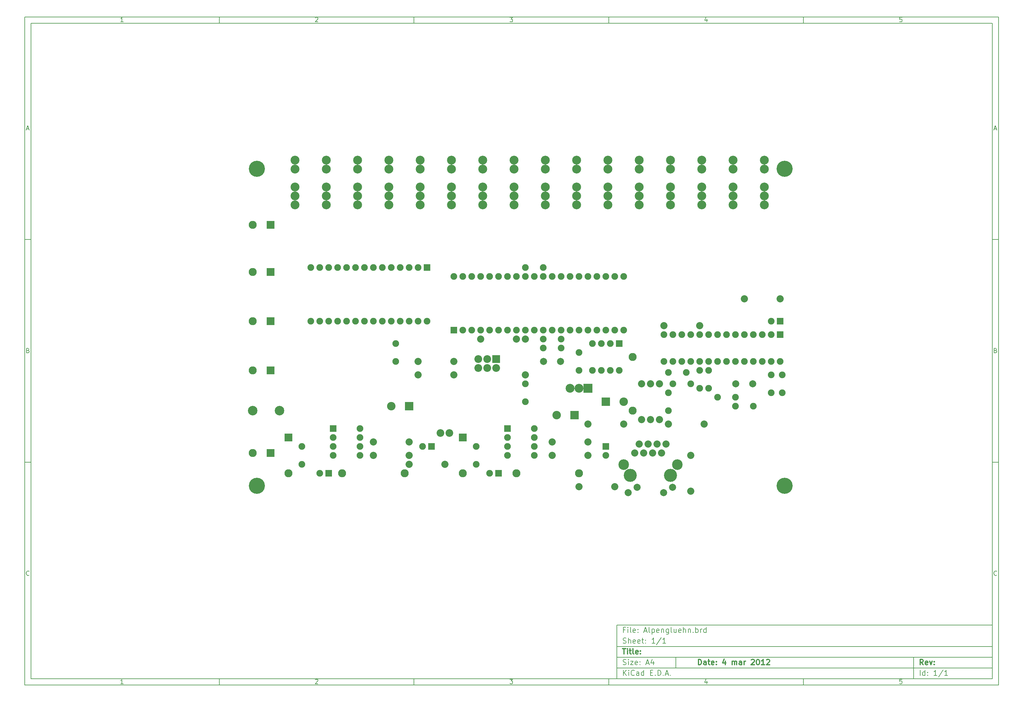
<source format=gts>
G04 (created by PCBNEW-RS274X (2012-01-21 BZR 3373)-stable) date So 04 Mär 2012 16:34:54 CET*
G01*
G70*
G90*
%MOIN*%
G04 Gerber Fmt 3.4, Leading zero omitted, Abs format*
%FSLAX34Y34*%
G04 APERTURE LIST*
%ADD10C,0.006000*%
%ADD11C,0.012000*%
%ADD12R,0.086900X0.086900*%
%ADD13C,0.086900*%
%ADD14R,0.098700X0.098700*%
%ADD15C,0.098700*%
%ADD16C,0.090000*%
%ADD17C,0.080000*%
%ADD18C,0.086000*%
%ADD19R,0.095000X0.095000*%
%ADD20C,0.095000*%
%ADD21R,0.075000X0.075000*%
%ADD22C,0.075000*%
%ADD23R,0.090000X0.090000*%
%ADD24C,0.079100*%
%ADD25C,0.146000*%
%ADD26C,0.118400*%
%ADD27C,0.106600*%
%ADD28C,0.180000*%
G04 APERTURE END LIST*
G54D10*
X04000Y-04000D02*
X112930Y-04000D01*
X112930Y-78680D01*
X04000Y-78680D01*
X04000Y-04000D01*
X04700Y-04700D02*
X112230Y-04700D01*
X112230Y-77980D01*
X04700Y-77980D01*
X04700Y-04700D01*
X25780Y-04000D02*
X25780Y-04700D01*
X15033Y-04552D02*
X14747Y-04552D01*
X14890Y-04552D02*
X14890Y-04052D01*
X14842Y-04124D01*
X14795Y-04171D01*
X14747Y-04195D01*
X25780Y-78680D02*
X25780Y-77980D01*
X15033Y-78532D02*
X14747Y-78532D01*
X14890Y-78532D02*
X14890Y-78032D01*
X14842Y-78104D01*
X14795Y-78151D01*
X14747Y-78175D01*
X47560Y-04000D02*
X47560Y-04700D01*
X36527Y-04100D02*
X36551Y-04076D01*
X36599Y-04052D01*
X36718Y-04052D01*
X36765Y-04076D01*
X36789Y-04100D01*
X36813Y-04148D01*
X36813Y-04195D01*
X36789Y-04267D01*
X36503Y-04552D01*
X36813Y-04552D01*
X47560Y-78680D02*
X47560Y-77980D01*
X36527Y-78080D02*
X36551Y-78056D01*
X36599Y-78032D01*
X36718Y-78032D01*
X36765Y-78056D01*
X36789Y-78080D01*
X36813Y-78128D01*
X36813Y-78175D01*
X36789Y-78247D01*
X36503Y-78532D01*
X36813Y-78532D01*
X69340Y-04000D02*
X69340Y-04700D01*
X58283Y-04052D02*
X58593Y-04052D01*
X58426Y-04243D01*
X58498Y-04243D01*
X58545Y-04267D01*
X58569Y-04290D01*
X58593Y-04338D01*
X58593Y-04457D01*
X58569Y-04505D01*
X58545Y-04529D01*
X58498Y-04552D01*
X58355Y-04552D01*
X58307Y-04529D01*
X58283Y-04505D01*
X69340Y-78680D02*
X69340Y-77980D01*
X58283Y-78032D02*
X58593Y-78032D01*
X58426Y-78223D01*
X58498Y-78223D01*
X58545Y-78247D01*
X58569Y-78270D01*
X58593Y-78318D01*
X58593Y-78437D01*
X58569Y-78485D01*
X58545Y-78509D01*
X58498Y-78532D01*
X58355Y-78532D01*
X58307Y-78509D01*
X58283Y-78485D01*
X91120Y-04000D02*
X91120Y-04700D01*
X80325Y-04219D02*
X80325Y-04552D01*
X80206Y-04029D02*
X80087Y-04386D01*
X80397Y-04386D01*
X91120Y-78680D02*
X91120Y-77980D01*
X80325Y-78199D02*
X80325Y-78532D01*
X80206Y-78009D02*
X80087Y-78366D01*
X80397Y-78366D01*
X102129Y-04052D02*
X101891Y-04052D01*
X101867Y-04290D01*
X101891Y-04267D01*
X101939Y-04243D01*
X102058Y-04243D01*
X102105Y-04267D01*
X102129Y-04290D01*
X102153Y-04338D01*
X102153Y-04457D01*
X102129Y-04505D01*
X102105Y-04529D01*
X102058Y-04552D01*
X101939Y-04552D01*
X101891Y-04529D01*
X101867Y-04505D01*
X102129Y-78032D02*
X101891Y-78032D01*
X101867Y-78270D01*
X101891Y-78247D01*
X101939Y-78223D01*
X102058Y-78223D01*
X102105Y-78247D01*
X102129Y-78270D01*
X102153Y-78318D01*
X102153Y-78437D01*
X102129Y-78485D01*
X102105Y-78509D01*
X102058Y-78532D01*
X101939Y-78532D01*
X101891Y-78509D01*
X101867Y-78485D01*
X04000Y-28890D02*
X04700Y-28890D01*
X04231Y-16510D02*
X04469Y-16510D01*
X04184Y-16652D02*
X04350Y-16152D01*
X04517Y-16652D01*
X112930Y-28890D02*
X112230Y-28890D01*
X112461Y-16510D02*
X112699Y-16510D01*
X112414Y-16652D02*
X112580Y-16152D01*
X112747Y-16652D01*
X04000Y-53780D02*
X04700Y-53780D01*
X04386Y-41280D02*
X04457Y-41304D01*
X04481Y-41328D01*
X04505Y-41376D01*
X04505Y-41447D01*
X04481Y-41495D01*
X04457Y-41519D01*
X04410Y-41542D01*
X04219Y-41542D01*
X04219Y-41042D01*
X04386Y-41042D01*
X04433Y-41066D01*
X04457Y-41090D01*
X04481Y-41138D01*
X04481Y-41185D01*
X04457Y-41233D01*
X04433Y-41257D01*
X04386Y-41280D01*
X04219Y-41280D01*
X112930Y-53780D02*
X112230Y-53780D01*
X112616Y-41280D02*
X112687Y-41304D01*
X112711Y-41328D01*
X112735Y-41376D01*
X112735Y-41447D01*
X112711Y-41495D01*
X112687Y-41519D01*
X112640Y-41542D01*
X112449Y-41542D01*
X112449Y-41042D01*
X112616Y-41042D01*
X112663Y-41066D01*
X112687Y-41090D01*
X112711Y-41138D01*
X112711Y-41185D01*
X112687Y-41233D01*
X112663Y-41257D01*
X112616Y-41280D01*
X112449Y-41280D01*
X04505Y-66385D02*
X04481Y-66409D01*
X04410Y-66432D01*
X04362Y-66432D01*
X04290Y-66409D01*
X04243Y-66361D01*
X04219Y-66313D01*
X04195Y-66218D01*
X04195Y-66147D01*
X04219Y-66051D01*
X04243Y-66004D01*
X04290Y-65956D01*
X04362Y-65932D01*
X04410Y-65932D01*
X04481Y-65956D01*
X04505Y-65980D01*
X112735Y-66385D02*
X112711Y-66409D01*
X112640Y-66432D01*
X112592Y-66432D01*
X112520Y-66409D01*
X112473Y-66361D01*
X112449Y-66313D01*
X112425Y-66218D01*
X112425Y-66147D01*
X112449Y-66051D01*
X112473Y-66004D01*
X112520Y-65956D01*
X112592Y-65932D01*
X112640Y-65932D01*
X112711Y-65956D01*
X112735Y-65980D01*
G54D11*
X79373Y-76423D02*
X79373Y-75823D01*
X79516Y-75823D01*
X79601Y-75851D01*
X79659Y-75909D01*
X79687Y-75966D01*
X79716Y-76080D01*
X79716Y-76166D01*
X79687Y-76280D01*
X79659Y-76337D01*
X79601Y-76394D01*
X79516Y-76423D01*
X79373Y-76423D01*
X80230Y-76423D02*
X80230Y-76109D01*
X80201Y-76051D01*
X80144Y-76023D01*
X80030Y-76023D01*
X79973Y-76051D01*
X80230Y-76394D02*
X80173Y-76423D01*
X80030Y-76423D01*
X79973Y-76394D01*
X79944Y-76337D01*
X79944Y-76280D01*
X79973Y-76223D01*
X80030Y-76194D01*
X80173Y-76194D01*
X80230Y-76166D01*
X80430Y-76023D02*
X80659Y-76023D01*
X80516Y-75823D02*
X80516Y-76337D01*
X80544Y-76394D01*
X80602Y-76423D01*
X80659Y-76423D01*
X81087Y-76394D02*
X81030Y-76423D01*
X80916Y-76423D01*
X80859Y-76394D01*
X80830Y-76337D01*
X80830Y-76109D01*
X80859Y-76051D01*
X80916Y-76023D01*
X81030Y-76023D01*
X81087Y-76051D01*
X81116Y-76109D01*
X81116Y-76166D01*
X80830Y-76223D01*
X81373Y-76366D02*
X81401Y-76394D01*
X81373Y-76423D01*
X81344Y-76394D01*
X81373Y-76366D01*
X81373Y-76423D01*
X81373Y-76051D02*
X81401Y-76080D01*
X81373Y-76109D01*
X81344Y-76080D01*
X81373Y-76051D01*
X81373Y-76109D01*
X82373Y-76023D02*
X82373Y-76423D01*
X82230Y-75794D02*
X82087Y-76223D01*
X82459Y-76223D01*
X83144Y-76423D02*
X83144Y-76023D01*
X83144Y-76080D02*
X83172Y-76051D01*
X83230Y-76023D01*
X83315Y-76023D01*
X83372Y-76051D01*
X83401Y-76109D01*
X83401Y-76423D01*
X83401Y-76109D02*
X83430Y-76051D01*
X83487Y-76023D01*
X83572Y-76023D01*
X83630Y-76051D01*
X83658Y-76109D01*
X83658Y-76423D01*
X84201Y-76423D02*
X84201Y-76109D01*
X84172Y-76051D01*
X84115Y-76023D01*
X84001Y-76023D01*
X83944Y-76051D01*
X84201Y-76394D02*
X84144Y-76423D01*
X84001Y-76423D01*
X83944Y-76394D01*
X83915Y-76337D01*
X83915Y-76280D01*
X83944Y-76223D01*
X84001Y-76194D01*
X84144Y-76194D01*
X84201Y-76166D01*
X84487Y-76423D02*
X84487Y-76023D01*
X84487Y-76137D02*
X84515Y-76080D01*
X84544Y-76051D01*
X84601Y-76023D01*
X84658Y-76023D01*
X85286Y-75880D02*
X85315Y-75851D01*
X85372Y-75823D01*
X85515Y-75823D01*
X85572Y-75851D01*
X85601Y-75880D01*
X85629Y-75937D01*
X85629Y-75994D01*
X85601Y-76080D01*
X85258Y-76423D01*
X85629Y-76423D01*
X86000Y-75823D02*
X86057Y-75823D01*
X86114Y-75851D01*
X86143Y-75880D01*
X86172Y-75937D01*
X86200Y-76051D01*
X86200Y-76194D01*
X86172Y-76309D01*
X86143Y-76366D01*
X86114Y-76394D01*
X86057Y-76423D01*
X86000Y-76423D01*
X85943Y-76394D01*
X85914Y-76366D01*
X85886Y-76309D01*
X85857Y-76194D01*
X85857Y-76051D01*
X85886Y-75937D01*
X85914Y-75880D01*
X85943Y-75851D01*
X86000Y-75823D01*
X86771Y-76423D02*
X86428Y-76423D01*
X86600Y-76423D02*
X86600Y-75823D01*
X86543Y-75909D01*
X86485Y-75966D01*
X86428Y-75994D01*
X86999Y-75880D02*
X87028Y-75851D01*
X87085Y-75823D01*
X87228Y-75823D01*
X87285Y-75851D01*
X87314Y-75880D01*
X87342Y-75937D01*
X87342Y-75994D01*
X87314Y-76080D01*
X86971Y-76423D01*
X87342Y-76423D01*
G54D10*
X70973Y-77623D02*
X70973Y-77023D01*
X71316Y-77623D02*
X71059Y-77280D01*
X71316Y-77023D02*
X70973Y-77366D01*
X71573Y-77623D02*
X71573Y-77223D01*
X71573Y-77023D02*
X71544Y-77051D01*
X71573Y-77080D01*
X71601Y-77051D01*
X71573Y-77023D01*
X71573Y-77080D01*
X72202Y-77566D02*
X72173Y-77594D01*
X72087Y-77623D01*
X72030Y-77623D01*
X71945Y-77594D01*
X71887Y-77537D01*
X71859Y-77480D01*
X71830Y-77366D01*
X71830Y-77280D01*
X71859Y-77166D01*
X71887Y-77109D01*
X71945Y-77051D01*
X72030Y-77023D01*
X72087Y-77023D01*
X72173Y-77051D01*
X72202Y-77080D01*
X72716Y-77623D02*
X72716Y-77309D01*
X72687Y-77251D01*
X72630Y-77223D01*
X72516Y-77223D01*
X72459Y-77251D01*
X72716Y-77594D02*
X72659Y-77623D01*
X72516Y-77623D01*
X72459Y-77594D01*
X72430Y-77537D01*
X72430Y-77480D01*
X72459Y-77423D01*
X72516Y-77394D01*
X72659Y-77394D01*
X72716Y-77366D01*
X73259Y-77623D02*
X73259Y-77023D01*
X73259Y-77594D02*
X73202Y-77623D01*
X73088Y-77623D01*
X73030Y-77594D01*
X73002Y-77566D01*
X72973Y-77509D01*
X72973Y-77337D01*
X73002Y-77280D01*
X73030Y-77251D01*
X73088Y-77223D01*
X73202Y-77223D01*
X73259Y-77251D01*
X74002Y-77309D02*
X74202Y-77309D01*
X74288Y-77623D02*
X74002Y-77623D01*
X74002Y-77023D01*
X74288Y-77023D01*
X74545Y-77566D02*
X74573Y-77594D01*
X74545Y-77623D01*
X74516Y-77594D01*
X74545Y-77566D01*
X74545Y-77623D01*
X74831Y-77623D02*
X74831Y-77023D01*
X74974Y-77023D01*
X75059Y-77051D01*
X75117Y-77109D01*
X75145Y-77166D01*
X75174Y-77280D01*
X75174Y-77366D01*
X75145Y-77480D01*
X75117Y-77537D01*
X75059Y-77594D01*
X74974Y-77623D01*
X74831Y-77623D01*
X75431Y-77566D02*
X75459Y-77594D01*
X75431Y-77623D01*
X75402Y-77594D01*
X75431Y-77566D01*
X75431Y-77623D01*
X75688Y-77451D02*
X75974Y-77451D01*
X75631Y-77623D02*
X75831Y-77023D01*
X76031Y-77623D01*
X76231Y-77566D02*
X76259Y-77594D01*
X76231Y-77623D01*
X76202Y-77594D01*
X76231Y-77566D01*
X76231Y-77623D01*
G54D11*
X104516Y-76423D02*
X104316Y-76137D01*
X104173Y-76423D02*
X104173Y-75823D01*
X104401Y-75823D01*
X104459Y-75851D01*
X104487Y-75880D01*
X104516Y-75937D01*
X104516Y-76023D01*
X104487Y-76080D01*
X104459Y-76109D01*
X104401Y-76137D01*
X104173Y-76137D01*
X105001Y-76394D02*
X104944Y-76423D01*
X104830Y-76423D01*
X104773Y-76394D01*
X104744Y-76337D01*
X104744Y-76109D01*
X104773Y-76051D01*
X104830Y-76023D01*
X104944Y-76023D01*
X105001Y-76051D01*
X105030Y-76109D01*
X105030Y-76166D01*
X104744Y-76223D01*
X105230Y-76023D02*
X105373Y-76423D01*
X105515Y-76023D01*
X105744Y-76366D02*
X105772Y-76394D01*
X105744Y-76423D01*
X105715Y-76394D01*
X105744Y-76366D01*
X105744Y-76423D01*
X105744Y-76051D02*
X105772Y-76080D01*
X105744Y-76109D01*
X105715Y-76080D01*
X105744Y-76051D01*
X105744Y-76109D01*
G54D10*
X70944Y-76394D02*
X71030Y-76423D01*
X71173Y-76423D01*
X71230Y-76394D01*
X71259Y-76366D01*
X71287Y-76309D01*
X71287Y-76251D01*
X71259Y-76194D01*
X71230Y-76166D01*
X71173Y-76137D01*
X71059Y-76109D01*
X71001Y-76080D01*
X70973Y-76051D01*
X70944Y-75994D01*
X70944Y-75937D01*
X70973Y-75880D01*
X71001Y-75851D01*
X71059Y-75823D01*
X71201Y-75823D01*
X71287Y-75851D01*
X71544Y-76423D02*
X71544Y-76023D01*
X71544Y-75823D02*
X71515Y-75851D01*
X71544Y-75880D01*
X71572Y-75851D01*
X71544Y-75823D01*
X71544Y-75880D01*
X71773Y-76023D02*
X72087Y-76023D01*
X71773Y-76423D01*
X72087Y-76423D01*
X72544Y-76394D02*
X72487Y-76423D01*
X72373Y-76423D01*
X72316Y-76394D01*
X72287Y-76337D01*
X72287Y-76109D01*
X72316Y-76051D01*
X72373Y-76023D01*
X72487Y-76023D01*
X72544Y-76051D01*
X72573Y-76109D01*
X72573Y-76166D01*
X72287Y-76223D01*
X72830Y-76366D02*
X72858Y-76394D01*
X72830Y-76423D01*
X72801Y-76394D01*
X72830Y-76366D01*
X72830Y-76423D01*
X72830Y-76051D02*
X72858Y-76080D01*
X72830Y-76109D01*
X72801Y-76080D01*
X72830Y-76051D01*
X72830Y-76109D01*
X73544Y-76251D02*
X73830Y-76251D01*
X73487Y-76423D02*
X73687Y-75823D01*
X73887Y-76423D01*
X74344Y-76023D02*
X74344Y-76423D01*
X74201Y-75794D02*
X74058Y-76223D01*
X74430Y-76223D01*
X104173Y-77623D02*
X104173Y-77023D01*
X104716Y-77623D02*
X104716Y-77023D01*
X104716Y-77594D02*
X104659Y-77623D01*
X104545Y-77623D01*
X104487Y-77594D01*
X104459Y-77566D01*
X104430Y-77509D01*
X104430Y-77337D01*
X104459Y-77280D01*
X104487Y-77251D01*
X104545Y-77223D01*
X104659Y-77223D01*
X104716Y-77251D01*
X105002Y-77566D02*
X105030Y-77594D01*
X105002Y-77623D01*
X104973Y-77594D01*
X105002Y-77566D01*
X105002Y-77623D01*
X105002Y-77251D02*
X105030Y-77280D01*
X105002Y-77309D01*
X104973Y-77280D01*
X105002Y-77251D01*
X105002Y-77309D01*
X106059Y-77623D02*
X105716Y-77623D01*
X105888Y-77623D02*
X105888Y-77023D01*
X105831Y-77109D01*
X105773Y-77166D01*
X105716Y-77194D01*
X106744Y-76994D02*
X106230Y-77766D01*
X107259Y-77623D02*
X106916Y-77623D01*
X107088Y-77623D02*
X107088Y-77023D01*
X107031Y-77109D01*
X106973Y-77166D01*
X106916Y-77194D01*
G54D11*
X70887Y-74623D02*
X71230Y-74623D01*
X71059Y-75223D02*
X71059Y-74623D01*
X71430Y-75223D02*
X71430Y-74823D01*
X71430Y-74623D02*
X71401Y-74651D01*
X71430Y-74680D01*
X71458Y-74651D01*
X71430Y-74623D01*
X71430Y-74680D01*
X71630Y-74823D02*
X71859Y-74823D01*
X71716Y-74623D02*
X71716Y-75137D01*
X71744Y-75194D01*
X71802Y-75223D01*
X71859Y-75223D01*
X72145Y-75223D02*
X72087Y-75194D01*
X72059Y-75137D01*
X72059Y-74623D01*
X72601Y-75194D02*
X72544Y-75223D01*
X72430Y-75223D01*
X72373Y-75194D01*
X72344Y-75137D01*
X72344Y-74909D01*
X72373Y-74851D01*
X72430Y-74823D01*
X72544Y-74823D01*
X72601Y-74851D01*
X72630Y-74909D01*
X72630Y-74966D01*
X72344Y-75023D01*
X72887Y-75166D02*
X72915Y-75194D01*
X72887Y-75223D01*
X72858Y-75194D01*
X72887Y-75166D01*
X72887Y-75223D01*
X72887Y-74851D02*
X72915Y-74880D01*
X72887Y-74909D01*
X72858Y-74880D01*
X72887Y-74851D01*
X72887Y-74909D01*
G54D10*
X71173Y-72509D02*
X70973Y-72509D01*
X70973Y-72823D02*
X70973Y-72223D01*
X71259Y-72223D01*
X71487Y-72823D02*
X71487Y-72423D01*
X71487Y-72223D02*
X71458Y-72251D01*
X71487Y-72280D01*
X71515Y-72251D01*
X71487Y-72223D01*
X71487Y-72280D01*
X71859Y-72823D02*
X71801Y-72794D01*
X71773Y-72737D01*
X71773Y-72223D01*
X72315Y-72794D02*
X72258Y-72823D01*
X72144Y-72823D01*
X72087Y-72794D01*
X72058Y-72737D01*
X72058Y-72509D01*
X72087Y-72451D01*
X72144Y-72423D01*
X72258Y-72423D01*
X72315Y-72451D01*
X72344Y-72509D01*
X72344Y-72566D01*
X72058Y-72623D01*
X72601Y-72766D02*
X72629Y-72794D01*
X72601Y-72823D01*
X72572Y-72794D01*
X72601Y-72766D01*
X72601Y-72823D01*
X72601Y-72451D02*
X72629Y-72480D01*
X72601Y-72509D01*
X72572Y-72480D01*
X72601Y-72451D01*
X72601Y-72509D01*
X73315Y-72651D02*
X73601Y-72651D01*
X73258Y-72823D02*
X73458Y-72223D01*
X73658Y-72823D01*
X73944Y-72823D02*
X73886Y-72794D01*
X73858Y-72737D01*
X73858Y-72223D01*
X74172Y-72423D02*
X74172Y-73023D01*
X74172Y-72451D02*
X74229Y-72423D01*
X74343Y-72423D01*
X74400Y-72451D01*
X74429Y-72480D01*
X74458Y-72537D01*
X74458Y-72709D01*
X74429Y-72766D01*
X74400Y-72794D01*
X74343Y-72823D01*
X74229Y-72823D01*
X74172Y-72794D01*
X74943Y-72794D02*
X74886Y-72823D01*
X74772Y-72823D01*
X74715Y-72794D01*
X74686Y-72737D01*
X74686Y-72509D01*
X74715Y-72451D01*
X74772Y-72423D01*
X74886Y-72423D01*
X74943Y-72451D01*
X74972Y-72509D01*
X74972Y-72566D01*
X74686Y-72623D01*
X75229Y-72423D02*
X75229Y-72823D01*
X75229Y-72480D02*
X75257Y-72451D01*
X75315Y-72423D01*
X75400Y-72423D01*
X75457Y-72451D01*
X75486Y-72509D01*
X75486Y-72823D01*
X76029Y-72423D02*
X76029Y-72909D01*
X76000Y-72966D01*
X75972Y-72994D01*
X75915Y-73023D01*
X75829Y-73023D01*
X75772Y-72994D01*
X76029Y-72794D02*
X75972Y-72823D01*
X75858Y-72823D01*
X75800Y-72794D01*
X75772Y-72766D01*
X75743Y-72709D01*
X75743Y-72537D01*
X75772Y-72480D01*
X75800Y-72451D01*
X75858Y-72423D01*
X75972Y-72423D01*
X76029Y-72451D01*
X76401Y-72823D02*
X76343Y-72794D01*
X76315Y-72737D01*
X76315Y-72223D01*
X76886Y-72423D02*
X76886Y-72823D01*
X76629Y-72423D02*
X76629Y-72737D01*
X76657Y-72794D01*
X76715Y-72823D01*
X76800Y-72823D01*
X76857Y-72794D01*
X76886Y-72766D01*
X77400Y-72794D02*
X77343Y-72823D01*
X77229Y-72823D01*
X77172Y-72794D01*
X77143Y-72737D01*
X77143Y-72509D01*
X77172Y-72451D01*
X77229Y-72423D01*
X77343Y-72423D01*
X77400Y-72451D01*
X77429Y-72509D01*
X77429Y-72566D01*
X77143Y-72623D01*
X77686Y-72823D02*
X77686Y-72223D01*
X77943Y-72823D02*
X77943Y-72509D01*
X77914Y-72451D01*
X77857Y-72423D01*
X77772Y-72423D01*
X77714Y-72451D01*
X77686Y-72480D01*
X78229Y-72423D02*
X78229Y-72823D01*
X78229Y-72480D02*
X78257Y-72451D01*
X78315Y-72423D01*
X78400Y-72423D01*
X78457Y-72451D01*
X78486Y-72509D01*
X78486Y-72823D01*
X78772Y-72766D02*
X78800Y-72794D01*
X78772Y-72823D01*
X78743Y-72794D01*
X78772Y-72766D01*
X78772Y-72823D01*
X79058Y-72823D02*
X79058Y-72223D01*
X79058Y-72451D02*
X79115Y-72423D01*
X79229Y-72423D01*
X79286Y-72451D01*
X79315Y-72480D01*
X79344Y-72537D01*
X79344Y-72709D01*
X79315Y-72766D01*
X79286Y-72794D01*
X79229Y-72823D01*
X79115Y-72823D01*
X79058Y-72794D01*
X79601Y-72823D02*
X79601Y-72423D01*
X79601Y-72537D02*
X79629Y-72480D01*
X79658Y-72451D01*
X79715Y-72423D01*
X79772Y-72423D01*
X80229Y-72823D02*
X80229Y-72223D01*
X80229Y-72794D02*
X80172Y-72823D01*
X80058Y-72823D01*
X80000Y-72794D01*
X79972Y-72766D01*
X79943Y-72709D01*
X79943Y-72537D01*
X79972Y-72480D01*
X80000Y-72451D01*
X80058Y-72423D01*
X80172Y-72423D01*
X80229Y-72451D01*
X70944Y-73994D02*
X71030Y-74023D01*
X71173Y-74023D01*
X71230Y-73994D01*
X71259Y-73966D01*
X71287Y-73909D01*
X71287Y-73851D01*
X71259Y-73794D01*
X71230Y-73766D01*
X71173Y-73737D01*
X71059Y-73709D01*
X71001Y-73680D01*
X70973Y-73651D01*
X70944Y-73594D01*
X70944Y-73537D01*
X70973Y-73480D01*
X71001Y-73451D01*
X71059Y-73423D01*
X71201Y-73423D01*
X71287Y-73451D01*
X71544Y-74023D02*
X71544Y-73423D01*
X71801Y-74023D02*
X71801Y-73709D01*
X71772Y-73651D01*
X71715Y-73623D01*
X71630Y-73623D01*
X71572Y-73651D01*
X71544Y-73680D01*
X72315Y-73994D02*
X72258Y-74023D01*
X72144Y-74023D01*
X72087Y-73994D01*
X72058Y-73937D01*
X72058Y-73709D01*
X72087Y-73651D01*
X72144Y-73623D01*
X72258Y-73623D01*
X72315Y-73651D01*
X72344Y-73709D01*
X72344Y-73766D01*
X72058Y-73823D01*
X72829Y-73994D02*
X72772Y-74023D01*
X72658Y-74023D01*
X72601Y-73994D01*
X72572Y-73937D01*
X72572Y-73709D01*
X72601Y-73651D01*
X72658Y-73623D01*
X72772Y-73623D01*
X72829Y-73651D01*
X72858Y-73709D01*
X72858Y-73766D01*
X72572Y-73823D01*
X73029Y-73623D02*
X73258Y-73623D01*
X73115Y-73423D02*
X73115Y-73937D01*
X73143Y-73994D01*
X73201Y-74023D01*
X73258Y-74023D01*
X73458Y-73966D02*
X73486Y-73994D01*
X73458Y-74023D01*
X73429Y-73994D01*
X73458Y-73966D01*
X73458Y-74023D01*
X73458Y-73651D02*
X73486Y-73680D01*
X73458Y-73709D01*
X73429Y-73680D01*
X73458Y-73651D01*
X73458Y-73709D01*
X74515Y-74023D02*
X74172Y-74023D01*
X74344Y-74023D02*
X74344Y-73423D01*
X74287Y-73509D01*
X74229Y-73566D01*
X74172Y-73594D01*
X75200Y-73394D02*
X74686Y-74166D01*
X75715Y-74023D02*
X75372Y-74023D01*
X75544Y-74023D02*
X75544Y-73423D01*
X75487Y-73509D01*
X75429Y-73566D01*
X75372Y-73594D01*
X70230Y-71980D02*
X70230Y-77980D01*
X70230Y-71980D02*
X112230Y-71980D01*
X70230Y-71980D02*
X112230Y-71980D01*
X70230Y-74380D02*
X112230Y-74380D01*
X103430Y-75580D02*
X103430Y-77980D01*
X70230Y-76780D02*
X112230Y-76780D01*
X70230Y-75580D02*
X112230Y-75580D01*
X76830Y-75580D02*
X76830Y-76780D01*
G54D12*
X56750Y-42250D03*
G54D13*
X56750Y-43250D03*
X55750Y-42250D03*
X55750Y-43250D03*
X54750Y-42250D03*
X54750Y-43250D03*
G54D14*
X67000Y-45500D03*
G54D15*
X66000Y-45500D03*
X65000Y-45500D03*
G54D16*
X46500Y-55000D03*
X39500Y-55000D03*
X66000Y-55000D03*
X59000Y-55000D03*
G54D17*
X48000Y-42500D03*
X52000Y-42500D03*
X60000Y-40000D03*
X60000Y-44000D03*
X47000Y-51500D03*
X43000Y-51500D03*
X47000Y-53000D03*
X43000Y-53000D03*
X75500Y-38500D03*
X79500Y-38500D03*
X88500Y-35500D03*
X84500Y-35500D03*
X75000Y-49000D03*
X75000Y-45000D03*
X74000Y-45000D03*
X74000Y-49000D03*
X73000Y-49000D03*
X73000Y-45000D03*
X67000Y-49500D03*
X71000Y-49500D03*
X66000Y-56500D03*
X70000Y-56500D03*
X48000Y-44000D03*
X52000Y-44000D03*
X78500Y-53000D03*
X78500Y-57000D03*
X67000Y-51500D03*
X63000Y-51500D03*
X67000Y-53000D03*
X63000Y-53000D03*
X51000Y-54000D03*
X47000Y-54000D03*
G54D18*
X50500Y-50500D03*
X51500Y-50500D03*
G54D19*
X65500Y-48500D03*
G54D20*
X63500Y-48500D03*
G54D19*
X69000Y-47000D03*
G54D20*
X71000Y-47000D03*
G54D19*
X47000Y-47500D03*
G54D20*
X45000Y-47500D03*
G54D21*
X38500Y-50000D03*
G54D22*
X38500Y-51000D03*
X38500Y-52000D03*
X38500Y-53000D03*
X41500Y-53000D03*
X41500Y-52000D03*
X41500Y-51000D03*
X41500Y-50000D03*
G54D21*
X58000Y-50000D03*
G54D22*
X58000Y-51000D03*
X58000Y-52000D03*
X58000Y-53000D03*
X61000Y-53000D03*
X61000Y-52000D03*
X61000Y-51000D03*
X61000Y-50000D03*
G54D21*
X70500Y-40500D03*
G54D22*
X69500Y-40500D03*
X68500Y-40500D03*
X67500Y-40500D03*
X67500Y-43500D03*
X68500Y-43500D03*
X69500Y-43500D03*
X70500Y-43500D03*
G54D21*
X52000Y-39000D03*
G54D22*
X53000Y-39000D03*
X54000Y-39000D03*
X55000Y-39000D03*
X56000Y-39000D03*
X57000Y-39000D03*
X58000Y-39000D03*
X59000Y-39000D03*
X60000Y-39000D03*
X61000Y-39000D03*
X62000Y-39000D03*
X63000Y-39000D03*
X64000Y-39000D03*
X65000Y-39000D03*
X66000Y-39000D03*
X67000Y-39000D03*
X68000Y-39000D03*
X69000Y-39000D03*
X70000Y-39000D03*
X71000Y-39000D03*
X71000Y-33000D03*
X70000Y-33000D03*
X69000Y-33000D03*
X68000Y-33000D03*
X67000Y-33000D03*
X66000Y-33000D03*
X65000Y-33000D03*
X64000Y-33000D03*
X63000Y-33000D03*
X62000Y-33000D03*
X61000Y-33000D03*
X60000Y-33000D03*
X59000Y-33000D03*
X58000Y-33000D03*
X57000Y-33000D03*
X56000Y-33000D03*
X55000Y-33000D03*
X54000Y-33000D03*
X53000Y-33000D03*
X52000Y-33000D03*
G54D21*
X49000Y-32000D03*
G54D22*
X48000Y-32000D03*
X47000Y-32000D03*
X46000Y-32000D03*
X45000Y-32000D03*
X44000Y-32000D03*
X43000Y-32000D03*
X42000Y-32000D03*
X41000Y-32000D03*
X40000Y-32000D03*
X39000Y-32000D03*
X38000Y-32000D03*
X37000Y-32000D03*
X36000Y-32000D03*
X36000Y-38000D03*
X37000Y-38000D03*
X38000Y-38000D03*
X39000Y-38000D03*
X40000Y-38000D03*
X41000Y-38000D03*
X42000Y-38000D03*
X43000Y-38000D03*
X44000Y-38000D03*
X45000Y-38000D03*
X46000Y-38000D03*
X47000Y-38000D03*
X48000Y-38000D03*
X49000Y-38000D03*
X87500Y-39500D03*
X86500Y-39500D03*
X85500Y-39500D03*
X84500Y-39500D03*
X83500Y-39500D03*
X82500Y-39500D03*
X81500Y-39500D03*
X80500Y-39500D03*
X79500Y-39500D03*
X78500Y-39500D03*
X77500Y-39500D03*
X76500Y-39500D03*
X75500Y-39500D03*
G54D21*
X88500Y-39500D03*
G54D22*
X75500Y-42500D03*
X76500Y-42500D03*
X77500Y-42500D03*
X78500Y-42500D03*
X79500Y-42500D03*
X80500Y-42500D03*
X81500Y-42500D03*
X82500Y-42500D03*
X83500Y-42500D03*
X84500Y-42500D03*
X85500Y-42500D03*
X86500Y-42500D03*
X87500Y-42500D03*
X88500Y-42500D03*
G54D16*
X33500Y-55000D03*
G54D23*
X33500Y-51000D03*
G54D16*
X53000Y-55000D03*
G54D23*
X53000Y-51000D03*
G54D24*
X83539Y-45000D03*
X85461Y-45000D03*
X62039Y-42500D03*
X63961Y-42500D03*
G54D23*
X31500Y-27250D03*
G54D16*
X29500Y-27250D03*
G54D23*
X31500Y-43500D03*
G54D16*
X29500Y-43500D03*
G54D23*
X31500Y-52750D03*
G54D16*
X29500Y-52750D03*
G54D23*
X31500Y-38000D03*
G54D16*
X29500Y-38000D03*
G54D23*
X31500Y-32500D03*
G54D16*
X29500Y-32500D03*
G54D22*
X62000Y-32000D03*
X60000Y-32000D03*
X45500Y-40500D03*
X45500Y-42500D03*
X76000Y-48000D03*
X76000Y-46000D03*
X78500Y-45000D03*
X76500Y-45000D03*
X54500Y-54000D03*
X54500Y-52000D03*
X35000Y-54000D03*
X35000Y-52000D03*
X85500Y-47500D03*
X83500Y-47500D03*
X83500Y-46500D03*
X81500Y-46500D03*
X60000Y-47000D03*
X60000Y-45000D03*
X64000Y-41000D03*
X62000Y-41000D03*
X64000Y-40000D03*
X62000Y-40000D03*
G54D21*
X38000Y-55000D03*
G54D22*
X37000Y-55000D03*
G54D21*
X49500Y-52000D03*
G54D22*
X48500Y-52000D03*
G54D21*
X88500Y-38000D03*
G54D22*
X87500Y-38000D03*
G54D21*
X57000Y-55000D03*
G54D22*
X56000Y-55000D03*
G54D21*
X69000Y-52000D03*
G54D22*
X69000Y-53000D03*
G54D16*
X72000Y-48000D03*
X72000Y-42000D03*
G54D17*
X76000Y-49500D03*
X80000Y-49500D03*
X55000Y-40000D03*
X59000Y-40000D03*
G54D25*
X71750Y-55250D03*
G54D17*
X72750Y-51750D03*
X73750Y-51750D03*
X74750Y-51750D03*
X75750Y-51750D03*
X72250Y-52750D03*
X73250Y-52750D03*
X74250Y-52750D03*
X75250Y-52750D03*
G54D25*
X76250Y-55250D03*
G54D26*
X71000Y-54049D03*
X77000Y-54049D03*
G54D24*
X72510Y-56581D03*
X75490Y-57179D03*
X71510Y-57179D03*
X76490Y-56581D03*
G54D27*
X29500Y-48000D03*
X32500Y-48000D03*
G54D22*
X66000Y-43500D03*
X66000Y-41500D03*
G54D28*
X29969Y-56402D03*
X89024Y-56402D03*
X29969Y-20969D03*
X89024Y-20969D03*
G54D15*
X41250Y-20000D03*
X41250Y-21000D03*
X41250Y-23000D03*
X41250Y-24000D03*
X41250Y-25000D03*
X34250Y-20000D03*
X34250Y-21000D03*
X34250Y-23000D03*
X34250Y-24000D03*
X34250Y-25000D03*
X83250Y-20000D03*
X83250Y-21000D03*
X83250Y-23000D03*
X83250Y-24000D03*
X83250Y-25000D03*
X37750Y-20000D03*
X37750Y-21000D03*
X37750Y-23000D03*
X37750Y-24000D03*
X37750Y-25000D03*
X79750Y-20000D03*
X79750Y-21000D03*
X79750Y-23000D03*
X79750Y-24000D03*
X79750Y-25000D03*
X58750Y-20000D03*
X58750Y-21000D03*
X58750Y-23000D03*
X58750Y-24000D03*
X58750Y-25000D03*
X62250Y-20000D03*
X62250Y-21000D03*
X62250Y-23000D03*
X62250Y-24000D03*
X62250Y-25000D03*
X55250Y-20000D03*
X55250Y-21000D03*
X55250Y-23000D03*
X55250Y-24000D03*
X55250Y-25000D03*
X65750Y-20000D03*
X65750Y-21000D03*
X65750Y-23000D03*
X65750Y-24000D03*
X65750Y-25000D03*
X51750Y-20000D03*
X51750Y-21000D03*
X51750Y-23000D03*
X51750Y-24000D03*
X51750Y-25000D03*
X86750Y-20000D03*
X86750Y-21000D03*
X86750Y-23000D03*
X86750Y-24000D03*
X86750Y-25000D03*
X44750Y-20000D03*
X44750Y-21000D03*
X44750Y-23000D03*
X44750Y-24000D03*
X44750Y-25000D03*
X72750Y-20000D03*
X72750Y-21000D03*
X72750Y-23000D03*
X72750Y-24000D03*
X72750Y-25000D03*
X76250Y-20000D03*
X76250Y-21000D03*
X76250Y-23000D03*
X76250Y-24000D03*
X76250Y-25000D03*
X48250Y-20000D03*
X48250Y-21000D03*
X48250Y-23000D03*
X48250Y-24000D03*
X48250Y-25000D03*
X69250Y-20000D03*
X69250Y-21000D03*
X69250Y-23000D03*
X69250Y-24000D03*
X69250Y-25000D03*
G54D22*
X88750Y-44000D03*
X88750Y-46000D03*
X87500Y-44000D03*
X87500Y-46000D03*
X79500Y-43500D03*
X79500Y-45500D03*
X80500Y-43500D03*
X80500Y-45500D03*
X76000Y-43750D03*
X78000Y-43750D03*
M02*

</source>
